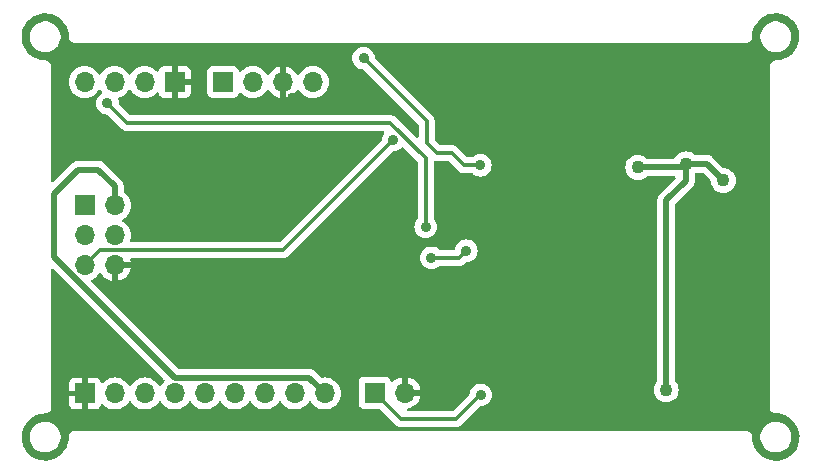
<source format=gbl>
%TF.GenerationSoftware,KiCad,Pcbnew,8.0.8*%
%TF.CreationDate,2025-09-08T13:39:14+03:00*%
%TF.ProjectId,MCU datalogger,4d435520-6461-4746-916c-6f676765722e,rev?*%
%TF.SameCoordinates,Original*%
%TF.FileFunction,Copper,L2,Bot*%
%TF.FilePolarity,Positive*%
%FSLAX46Y46*%
G04 Gerber Fmt 4.6, Leading zero omitted, Abs format (unit mm)*
G04 Created by KiCad (PCBNEW 8.0.8) date 2025-09-08 13:39:14*
%MOMM*%
%LPD*%
G01*
G04 APERTURE LIST*
%TA.AperFunction,ComponentPad*%
%ADD10R,1.700000X1.700000*%
%TD*%
%TA.AperFunction,ComponentPad*%
%ADD11O,1.700000X1.700000*%
%TD*%
%TA.AperFunction,ViaPad*%
%ADD12C,0.900000*%
%TD*%
%TA.AperFunction,ViaPad*%
%ADD13C,1.100000*%
%TD*%
%TA.AperFunction,Conductor*%
%ADD14C,0.500000*%
%TD*%
%TA.AperFunction,Conductor*%
%ADD15C,0.350000*%
%TD*%
G04 APERTURE END LIST*
D10*
%TO.P,J1,1,Pin_1*%
%TO.N,GND*%
X91230000Y-120740000D03*
D11*
%TO.P,J1,2,Pin_2*%
%TO.N,/Vcc*%
X88690000Y-120740000D03*
%TO.P,J1,3,Pin_3*%
%TO.N,/SDA*%
X86150000Y-120740000D03*
%TO.P,J1,4,Pin_4*%
%TO.N,/SCK*%
X83610000Y-120740000D03*
%TD*%
D10*
%TO.P,J2,1,Pin_1*%
%TO.N,/TX*%
X95320000Y-120740000D03*
D11*
%TO.P,J2,2,Pin_2*%
%TO.N,/RX*%
X97860000Y-120740000D03*
%TO.P,J2,3,Pin_3*%
%TO.N,GND*%
X100400000Y-120740000D03*
%TO.P,J2,4,Pin_4*%
%TO.N,/Vcc*%
X102940000Y-120740000D03*
%TD*%
D10*
%TO.P,BT1,1,+*%
%TO.N,/Vcc*%
X108165000Y-147040000D03*
D11*
%TO.P,BT1,2,-*%
%TO.N,GND*%
X110705000Y-147040000D03*
%TD*%
D10*
%TO.P,J3,1,Pin_1*%
%TO.N,GND*%
X83630000Y-147110000D03*
D11*
%TO.P,J3,2,Pin_2*%
%TO.N,/D2*%
X86170000Y-147110000D03*
%TO.P,J3,3,Pin_3*%
%TO.N,/D3*%
X88710000Y-147110000D03*
%TO.P,J3,4,Pin_4*%
%TO.N,/D4*%
X91250000Y-147110000D03*
%TO.P,J3,5,Pin_5*%
%TO.N,/D5*%
X93790000Y-147110000D03*
%TO.P,J3,6,Pin_6*%
%TO.N,/D6*%
X96330000Y-147110000D03*
%TO.P,J3,7,Pin_7*%
%TO.N,/D7*%
X98870000Y-147110000D03*
%TO.P,J3,8,Pin_8*%
%TO.N,/D8*%
X101410000Y-147110000D03*
%TO.P,J3,9,Pin_9*%
%TO.N,/Vcc*%
X103950000Y-147110000D03*
%TD*%
D10*
%TO.P,J4,1,Pin_1*%
%TO.N,/MISO*%
X83630000Y-131180000D03*
D11*
%TO.P,J4,2,Pin_2*%
%TO.N,/Vcc*%
X86170000Y-131180000D03*
%TO.P,J4,3,Pin_3*%
%TO.N,/SCK*%
X83630000Y-133720000D03*
%TO.P,J4,4,Pin_4*%
%TO.N,/MOSI*%
X86170000Y-133720000D03*
%TO.P,J4,5,Pin_5*%
%TO.N,/RESET*%
X83630000Y-136260000D03*
%TO.P,J4,6,Pin_6*%
%TO.N,GND*%
X86170000Y-136260000D03*
%TD*%
D12*
%TO.N,GND*%
X131000000Y-139550000D03*
X125000000Y-118500000D03*
X106000000Y-141000000D03*
X125050000Y-136720000D03*
X94500000Y-126000000D03*
X88500000Y-139500000D03*
X104500000Y-141000000D03*
D13*
X110770000Y-145220000D03*
X118360000Y-140800000D03*
D12*
X91500000Y-126000000D03*
X127500000Y-126000000D03*
D13*
X120230000Y-133170000D03*
D12*
X103000000Y-141000000D03*
X123500000Y-118500000D03*
X127000000Y-125000000D03*
X140500000Y-133200000D03*
X93000000Y-126000000D03*
D13*
X121570000Y-137030000D03*
D12*
X126000000Y-125000000D03*
D13*
X101260000Y-122215000D03*
X92820000Y-138370000D03*
D12*
X88500000Y-141000000D03*
X124000000Y-130500000D03*
X125000000Y-131500000D03*
D13*
X106880000Y-133490000D03*
D12*
X134500000Y-136500000D03*
X88500000Y-138000000D03*
X126500000Y-118500000D03*
X135500000Y-135500000D03*
X136180000Y-130690000D03*
X137000000Y-135500000D03*
X126000000Y-132500000D03*
D13*
X131160000Y-130740000D03*
D12*
X136500000Y-122500000D03*
X125500000Y-142000000D03*
X125500000Y-145000000D03*
X125500000Y-143500000D03*
%TO.N,/Vcc*%
X112960000Y-135630000D03*
X117130000Y-147230000D03*
D13*
X132850000Y-146800000D03*
X134510000Y-127670000D03*
X137680000Y-129070000D03*
D12*
X115920000Y-135020000D03*
D13*
X130440000Y-127970000D03*
D12*
%TO.N,/SCK*%
X112480000Y-133010000D03*
X85543248Y-122543248D03*
%TO.N,/SDA*%
X107220000Y-118720000D03*
X117110000Y-127790000D03*
%TO.N,/RESET*%
X109743364Y-125636636D03*
%TD*%
D14*
%TO.N,/Vcc*%
X81020000Y-135559189D02*
X81020000Y-130220000D01*
X83050000Y-128190000D02*
X84780000Y-128190000D01*
D15*
X115040000Y-149270000D02*
X117080000Y-147230000D01*
D14*
X136280000Y-127670000D02*
X137680000Y-129070000D01*
X81020000Y-130220000D02*
X83050000Y-128190000D01*
X134510000Y-129090000D02*
X132850000Y-130750000D01*
X132850000Y-130750000D02*
X132850000Y-146800000D01*
X91220811Y-145760000D02*
X81020000Y-135559189D01*
D15*
X112960000Y-135630000D02*
X115310000Y-135630000D01*
D14*
X134210000Y-127970000D02*
X134510000Y-127670000D01*
X86170000Y-129580000D02*
X86170000Y-131180000D01*
X134510000Y-127670000D02*
X134510000Y-129090000D01*
X84780000Y-128190000D02*
X86170000Y-129580000D01*
D15*
X110405000Y-149280000D02*
X115030000Y-149280000D01*
X117080000Y-147230000D02*
X117130000Y-147230000D01*
X108165000Y-147040000D02*
X110405000Y-149280000D01*
D14*
X130440000Y-127970000D02*
X134210000Y-127970000D01*
X134510000Y-127670000D02*
X136280000Y-127670000D01*
X102600000Y-145760000D02*
X91220811Y-145760000D01*
X103950000Y-147110000D02*
X102600000Y-145760000D01*
D15*
X115310000Y-135630000D02*
X115920000Y-135020000D01*
X115030000Y-149280000D02*
X115040000Y-149270000D01*
%TO.N,/SCK*%
X85543248Y-122543248D02*
X87230000Y-124230000D01*
X112480000Y-127206545D02*
X112480000Y-133010000D01*
X109503455Y-124230000D02*
X112480000Y-127206545D01*
X87230000Y-124230000D02*
X109503455Y-124230000D01*
%TO.N,/SDA*%
X114670000Y-126750000D02*
X113410000Y-126750000D01*
X112570000Y-125910000D02*
X112570000Y-124070000D01*
X115710000Y-127790000D02*
X114670000Y-126750000D01*
X112570000Y-124070000D02*
X107220000Y-118720000D01*
X113410000Y-126750000D02*
X112570000Y-125910000D01*
X117110000Y-127790000D02*
X115710000Y-127790000D01*
%TO.N,/RESET*%
X100395000Y-134985000D02*
X109743364Y-125636636D01*
X83630000Y-136260000D02*
X84905000Y-134985000D01*
X84905000Y-134985000D02*
X100395000Y-134985000D01*
%TD*%
%TA.AperFunction,Conductor*%
%TO.N,GND*%
G36*
X142305894Y-114918831D02*
G01*
X142322985Y-114920415D01*
X142579289Y-114962224D01*
X142596000Y-114966154D01*
X142744015Y-115011989D01*
X142844084Y-115042977D01*
X142860092Y-115049178D01*
X143095184Y-115159539D01*
X143110166Y-115167883D01*
X143302874Y-115293452D01*
X143327761Y-115309669D01*
X143341457Y-115320012D01*
X143537381Y-115490502D01*
X143549497Y-115502618D01*
X143719985Y-115698540D01*
X143730330Y-115712238D01*
X143872111Y-115929825D01*
X143880463Y-115944820D01*
X143943004Y-116078046D01*
X143990819Y-116179903D01*
X143997022Y-116195915D01*
X144073844Y-116443996D01*
X144077775Y-116460713D01*
X144119583Y-116717010D01*
X144121168Y-116734109D01*
X144127167Y-116993739D01*
X144126374Y-117010893D01*
X144096446Y-117268859D01*
X144093290Y-117285740D01*
X144028010Y-117537092D01*
X144022553Y-117553373D01*
X143923171Y-117793305D01*
X143915516Y-117808678D01*
X143783944Y-118032566D01*
X143774240Y-118046733D01*
X143612993Y-118250305D01*
X143601424Y-118262996D01*
X143413598Y-118442339D01*
X143400386Y-118453310D01*
X143189587Y-118604982D01*
X143174987Y-118614022D01*
X142945250Y-118735118D01*
X142929540Y-118742054D01*
X142685289Y-118830245D01*
X142668773Y-118834945D01*
X142414661Y-118888550D01*
X142397652Y-118890922D01*
X142134293Y-118909202D01*
X142125707Y-118909500D01*
X142064108Y-118909500D01*
X141936812Y-118943608D01*
X141822686Y-119009500D01*
X141822683Y-119009502D01*
X141729502Y-119102683D01*
X141729500Y-119102686D01*
X141663608Y-119216812D01*
X141654549Y-119250623D01*
X141629500Y-119344108D01*
X141629500Y-148214108D01*
X141629500Y-148345892D01*
X141639735Y-148384091D01*
X141663608Y-148473187D01*
X141669382Y-148483187D01*
X141729500Y-148587314D01*
X141822686Y-148680500D01*
X141936814Y-148746392D01*
X142064108Y-148780500D01*
X142125707Y-148780500D01*
X142134293Y-148780798D01*
X142399045Y-148799174D01*
X142416032Y-148801543D01*
X142671513Y-148855436D01*
X142688015Y-148860131D01*
X142933587Y-148948800D01*
X142949286Y-148955732D01*
X143180257Y-149077478D01*
X143194846Y-149086512D01*
X143199682Y-149089991D01*
X143406775Y-149238995D01*
X143419987Y-149249966D01*
X143608811Y-149430263D01*
X143620380Y-149442954D01*
X143782492Y-149647618D01*
X143792195Y-149661783D01*
X143924473Y-149886874D01*
X143932123Y-149902237D01*
X144032036Y-150143450D01*
X144037493Y-150159732D01*
X144103119Y-150412420D01*
X144106275Y-150429299D01*
X144136364Y-150688644D01*
X144137157Y-150705799D01*
X144131126Y-150966812D01*
X144129541Y-150983911D01*
X144087510Y-151241575D01*
X144083579Y-151258292D01*
X144006347Y-151507696D01*
X144000143Y-151523709D01*
X143889201Y-151760040D01*
X143880845Y-151775042D01*
X143738314Y-151993783D01*
X143727965Y-152007487D01*
X143556581Y-152204438D01*
X143544438Y-152216581D01*
X143347487Y-152387965D01*
X143333783Y-152398314D01*
X143115042Y-152540845D01*
X143100040Y-152549201D01*
X142863709Y-152660143D01*
X142847696Y-152666347D01*
X142598292Y-152743579D01*
X142581575Y-152747510D01*
X142323911Y-152789541D01*
X142306812Y-152791126D01*
X142045799Y-152797157D01*
X142028644Y-152796364D01*
X141769299Y-152766275D01*
X141752420Y-152763119D01*
X141499732Y-152697493D01*
X141483450Y-152692036D01*
X141242237Y-152592123D01*
X141226874Y-152584473D01*
X141001783Y-152452195D01*
X140987618Y-152442492D01*
X140782954Y-152280380D01*
X140770263Y-152268811D01*
X140589966Y-152079987D01*
X140578995Y-152066775D01*
X140532004Y-152001464D01*
X140426512Y-151854846D01*
X140417478Y-151840257D01*
X140295732Y-151609286D01*
X140288798Y-151593582D01*
X140263569Y-151523709D01*
X140200131Y-151348015D01*
X140195436Y-151331513D01*
X140141543Y-151076032D01*
X140139174Y-151059045D01*
X140120798Y-150794293D01*
X140120500Y-150785707D01*
X140120500Y-150724110D01*
X140120500Y-150724108D01*
X140110731Y-150687648D01*
X140829500Y-150687648D01*
X140829500Y-150892351D01*
X140861522Y-151094534D01*
X140924781Y-151289223D01*
X141017715Y-151471613D01*
X141138028Y-151637213D01*
X141282786Y-151781971D01*
X141383099Y-151854851D01*
X141448390Y-151902287D01*
X141530029Y-151943884D01*
X141630776Y-151995218D01*
X141630778Y-151995218D01*
X141630781Y-151995220D01*
X141735137Y-152029127D01*
X141825465Y-152058477D01*
X141920935Y-152073598D01*
X142027648Y-152090500D01*
X142027649Y-152090500D01*
X142232351Y-152090500D01*
X142232352Y-152090500D01*
X142434534Y-152058477D01*
X142629219Y-151995220D01*
X142811610Y-151902287D01*
X142904590Y-151834732D01*
X142977213Y-151781971D01*
X142977215Y-151781968D01*
X142977219Y-151781966D01*
X143121966Y-151637219D01*
X143121968Y-151637215D01*
X143121971Y-151637213D01*
X143207060Y-151520096D01*
X143242287Y-151471610D01*
X143335220Y-151289219D01*
X143398477Y-151094534D01*
X143430500Y-150892352D01*
X143430500Y-150687648D01*
X143398477Y-150485466D01*
X143380825Y-150431140D01*
X143335218Y-150290776D01*
X143301503Y-150224607D01*
X143242287Y-150108390D01*
X143234556Y-150097749D01*
X143121971Y-149942786D01*
X142977213Y-149798028D01*
X142811613Y-149677715D01*
X142811612Y-149677714D01*
X142811610Y-149677713D01*
X142737494Y-149639949D01*
X142629223Y-149584781D01*
X142434534Y-149521522D01*
X142259995Y-149493878D01*
X142232352Y-149489500D01*
X142027648Y-149489500D01*
X142003329Y-149493351D01*
X141825465Y-149521522D01*
X141630776Y-149584781D01*
X141448386Y-149677715D01*
X141282786Y-149798028D01*
X141138028Y-149942786D01*
X141017715Y-150108386D01*
X140924781Y-150290776D01*
X140861522Y-150485465D01*
X140829500Y-150687648D01*
X140110731Y-150687648D01*
X140086392Y-150596814D01*
X140020500Y-150482686D01*
X139927314Y-150389500D01*
X139870250Y-150356554D01*
X139813187Y-150323608D01*
X139749539Y-150306554D01*
X139685892Y-150289500D01*
X82835892Y-150289500D01*
X82704108Y-150289500D01*
X82576812Y-150323608D01*
X82462686Y-150389500D01*
X82462683Y-150389502D01*
X82369502Y-150482683D01*
X82369500Y-150482686D01*
X82303608Y-150596812D01*
X82269500Y-150724108D01*
X82269500Y-150785707D01*
X82269202Y-150794293D01*
X82250922Y-151057652D01*
X82248550Y-151074661D01*
X82194945Y-151328773D01*
X82190245Y-151345289D01*
X82102054Y-151589540D01*
X82095118Y-151605250D01*
X81974022Y-151834987D01*
X81964982Y-151849587D01*
X81813310Y-152060386D01*
X81802339Y-152073598D01*
X81622996Y-152261424D01*
X81610305Y-152272993D01*
X81406733Y-152434240D01*
X81392566Y-152443944D01*
X81168678Y-152575516D01*
X81153305Y-152583171D01*
X80913373Y-152682553D01*
X80897092Y-152688010D01*
X80645740Y-152753290D01*
X80628859Y-152756446D01*
X80370893Y-152786374D01*
X80353739Y-152787167D01*
X80094109Y-152781168D01*
X80077010Y-152779583D01*
X79820713Y-152737775D01*
X79803996Y-152733844D01*
X79555915Y-152657022D01*
X79539903Y-152650819D01*
X79486203Y-152625610D01*
X79304820Y-152540463D01*
X79289829Y-152532113D01*
X79167182Y-152452196D01*
X79072238Y-152390330D01*
X79058540Y-152379985D01*
X78862618Y-152209497D01*
X78850502Y-152197381D01*
X78680012Y-152001457D01*
X78669669Y-151987761D01*
X78653452Y-151962874D01*
X78527883Y-151770166D01*
X78519539Y-151755184D01*
X78409178Y-151520092D01*
X78402977Y-151504084D01*
X78352143Y-151339926D01*
X78326154Y-151256000D01*
X78322224Y-151239286D01*
X78295595Y-151076043D01*
X78280415Y-150982985D01*
X78278831Y-150965890D01*
X78272832Y-150706248D01*
X78273624Y-150689119D01*
X78273795Y-150687648D01*
X78969500Y-150687648D01*
X78969500Y-150892351D01*
X79001522Y-151094534D01*
X79064781Y-151289223D01*
X79157715Y-151471613D01*
X79278028Y-151637213D01*
X79422786Y-151781971D01*
X79523099Y-151854851D01*
X79588390Y-151902287D01*
X79670029Y-151943884D01*
X79770776Y-151995218D01*
X79770778Y-151995218D01*
X79770781Y-151995220D01*
X79875137Y-152029127D01*
X79965465Y-152058477D01*
X80060935Y-152073598D01*
X80167648Y-152090500D01*
X80167649Y-152090500D01*
X80372351Y-152090500D01*
X80372352Y-152090500D01*
X80574534Y-152058477D01*
X80769219Y-151995220D01*
X80951610Y-151902287D01*
X81044590Y-151834732D01*
X81117213Y-151781971D01*
X81117215Y-151781968D01*
X81117219Y-151781966D01*
X81261966Y-151637219D01*
X81261968Y-151637215D01*
X81261971Y-151637213D01*
X81347060Y-151520096D01*
X81382287Y-151471610D01*
X81475220Y-151289219D01*
X81538477Y-151094534D01*
X81570500Y-150892352D01*
X81570500Y-150687648D01*
X81538477Y-150485466D01*
X81520825Y-150431140D01*
X81475218Y-150290776D01*
X81441503Y-150224607D01*
X81382287Y-150108390D01*
X81374556Y-150097749D01*
X81261971Y-149942786D01*
X81117213Y-149798028D01*
X80951613Y-149677715D01*
X80951612Y-149677714D01*
X80951610Y-149677713D01*
X80877494Y-149639949D01*
X80769223Y-149584781D01*
X80574534Y-149521522D01*
X80399995Y-149493878D01*
X80372352Y-149489500D01*
X80167648Y-149489500D01*
X80143329Y-149493351D01*
X79965465Y-149521522D01*
X79770776Y-149584781D01*
X79588386Y-149677715D01*
X79422786Y-149798028D01*
X79278028Y-149942786D01*
X79157715Y-150108386D01*
X79064781Y-150290776D01*
X79001522Y-150485465D01*
X78969500Y-150687648D01*
X78273795Y-150687648D01*
X78303554Y-150431133D01*
X78306709Y-150414259D01*
X78313140Y-150389500D01*
X78371990Y-150162902D01*
X78377446Y-150146626D01*
X78455558Y-149958046D01*
X78476832Y-149906683D01*
X78484475Y-149891336D01*
X78616060Y-149667425D01*
X78625753Y-149653273D01*
X78787013Y-149449685D01*
X78798567Y-149437011D01*
X78986407Y-149257654D01*
X78999605Y-149246694D01*
X79210423Y-149095009D01*
X79224999Y-149085984D01*
X79454758Y-148964876D01*
X79470449Y-148957948D01*
X79714723Y-148869750D01*
X79731214Y-148865057D01*
X79985348Y-148811447D01*
X80002336Y-148809078D01*
X80265707Y-148790798D01*
X80274293Y-148790500D01*
X80335890Y-148790500D01*
X80335892Y-148790500D01*
X80463186Y-148756392D01*
X80577314Y-148690500D01*
X80670500Y-148597314D01*
X80736392Y-148483186D01*
X80770500Y-148355892D01*
X80770500Y-148224108D01*
X80770500Y-136670418D01*
X80790185Y-136603379D01*
X80842989Y-136557624D01*
X80912147Y-136547680D01*
X80975703Y-136576705D01*
X80982181Y-136582737D01*
X90337092Y-145937649D01*
X90370577Y-145998972D01*
X90365593Y-146068664D01*
X90337092Y-146113011D01*
X90211505Y-146238597D01*
X90081575Y-146424158D01*
X90026998Y-146467783D01*
X89957500Y-146474977D01*
X89895145Y-146443454D01*
X89878425Y-146424158D01*
X89748494Y-146238597D01*
X89581402Y-146071506D01*
X89581395Y-146071501D01*
X89577343Y-146068664D01*
X89504854Y-146017906D01*
X89387834Y-145935967D01*
X89387830Y-145935965D01*
X89316727Y-145902809D01*
X89173663Y-145836097D01*
X89173659Y-145836096D01*
X89173655Y-145836094D01*
X88945413Y-145774938D01*
X88945403Y-145774936D01*
X88710001Y-145754341D01*
X88709999Y-145754341D01*
X88474596Y-145774936D01*
X88474586Y-145774938D01*
X88246344Y-145836094D01*
X88246335Y-145836098D01*
X88032171Y-145935964D01*
X88032169Y-145935965D01*
X87838597Y-146071505D01*
X87671505Y-146238597D01*
X87541575Y-146424158D01*
X87486998Y-146467783D01*
X87417500Y-146474977D01*
X87355145Y-146443454D01*
X87338425Y-146424158D01*
X87208494Y-146238597D01*
X87041402Y-146071506D01*
X87041395Y-146071501D01*
X87037343Y-146068664D01*
X86964854Y-146017906D01*
X86847834Y-145935967D01*
X86847830Y-145935965D01*
X86776727Y-145902809D01*
X86633663Y-145836097D01*
X86633659Y-145836096D01*
X86633655Y-145836094D01*
X86405413Y-145774938D01*
X86405403Y-145774936D01*
X86170001Y-145754341D01*
X86169999Y-145754341D01*
X85934596Y-145774936D01*
X85934586Y-145774938D01*
X85706344Y-145836094D01*
X85706335Y-145836098D01*
X85492171Y-145935964D01*
X85492169Y-145935965D01*
X85298600Y-146071503D01*
X85176284Y-146193819D01*
X85114961Y-146227303D01*
X85045269Y-146222319D01*
X84989336Y-146180447D01*
X84972421Y-146149470D01*
X84923354Y-146017913D01*
X84923350Y-146017906D01*
X84837190Y-145902812D01*
X84837187Y-145902809D01*
X84722093Y-145816649D01*
X84722086Y-145816645D01*
X84587379Y-145766403D01*
X84587372Y-145766401D01*
X84527844Y-145760000D01*
X83880000Y-145760000D01*
X83880000Y-146676988D01*
X83822993Y-146644075D01*
X83695826Y-146610000D01*
X83564174Y-146610000D01*
X83437007Y-146644075D01*
X83380000Y-146676988D01*
X83380000Y-145760000D01*
X82732155Y-145760000D01*
X82672627Y-145766401D01*
X82672620Y-145766403D01*
X82537913Y-145816645D01*
X82537906Y-145816649D01*
X82422812Y-145902809D01*
X82422809Y-145902812D01*
X82336649Y-146017906D01*
X82336645Y-146017913D01*
X82286403Y-146152620D01*
X82286401Y-146152627D01*
X82280000Y-146212155D01*
X82280000Y-146860000D01*
X83196988Y-146860000D01*
X83164075Y-146917007D01*
X83130000Y-147044174D01*
X83130000Y-147175826D01*
X83164075Y-147302993D01*
X83196988Y-147360000D01*
X82280000Y-147360000D01*
X82280000Y-148007844D01*
X82286401Y-148067372D01*
X82286403Y-148067379D01*
X82336645Y-148202086D01*
X82336649Y-148202093D01*
X82422809Y-148317187D01*
X82422812Y-148317190D01*
X82537906Y-148403350D01*
X82537913Y-148403354D01*
X82672620Y-148453596D01*
X82672627Y-148453598D01*
X82732155Y-148459999D01*
X82732172Y-148460000D01*
X83380000Y-148460000D01*
X83380000Y-147543012D01*
X83437007Y-147575925D01*
X83564174Y-147610000D01*
X83695826Y-147610000D01*
X83822993Y-147575925D01*
X83880000Y-147543012D01*
X83880000Y-148460000D01*
X84527828Y-148460000D01*
X84527844Y-148459999D01*
X84587372Y-148453598D01*
X84587379Y-148453596D01*
X84722086Y-148403354D01*
X84722093Y-148403350D01*
X84837187Y-148317190D01*
X84837190Y-148317187D01*
X84923350Y-148202093D01*
X84923354Y-148202086D01*
X84972422Y-148070529D01*
X85014293Y-148014595D01*
X85079757Y-147990178D01*
X85148030Y-148005030D01*
X85176285Y-148026181D01*
X85298599Y-148148495D01*
X85392304Y-148214108D01*
X85492165Y-148284032D01*
X85492167Y-148284033D01*
X85492170Y-148284035D01*
X85706337Y-148383903D01*
X85706343Y-148383904D01*
X85706344Y-148383905D01*
X85761285Y-148398626D01*
X85934592Y-148445063D01*
X86105319Y-148460000D01*
X86169999Y-148465659D01*
X86170000Y-148465659D01*
X86170001Y-148465659D01*
X86234681Y-148460000D01*
X86405408Y-148445063D01*
X86633663Y-148383903D01*
X86847830Y-148284035D01*
X87041401Y-148148495D01*
X87208495Y-147981401D01*
X87338425Y-147795842D01*
X87393002Y-147752217D01*
X87462500Y-147745023D01*
X87524855Y-147776546D01*
X87541575Y-147795842D01*
X87671500Y-147981395D01*
X87671505Y-147981401D01*
X87838599Y-148148495D01*
X87932304Y-148214108D01*
X88032165Y-148284032D01*
X88032167Y-148284033D01*
X88032170Y-148284035D01*
X88246337Y-148383903D01*
X88246343Y-148383904D01*
X88246344Y-148383905D01*
X88301285Y-148398626D01*
X88474592Y-148445063D01*
X88645319Y-148460000D01*
X88709999Y-148465659D01*
X88710000Y-148465659D01*
X88710001Y-148465659D01*
X88774681Y-148460000D01*
X88945408Y-148445063D01*
X89173663Y-148383903D01*
X89387830Y-148284035D01*
X89581401Y-148148495D01*
X89748495Y-147981401D01*
X89878425Y-147795842D01*
X89933002Y-147752217D01*
X90002500Y-147745023D01*
X90064855Y-147776546D01*
X90081575Y-147795842D01*
X90211500Y-147981395D01*
X90211505Y-147981401D01*
X90378599Y-148148495D01*
X90472304Y-148214108D01*
X90572165Y-148284032D01*
X90572167Y-148284033D01*
X90572170Y-148284035D01*
X90786337Y-148383903D01*
X90786343Y-148383904D01*
X90786344Y-148383905D01*
X90841285Y-148398626D01*
X91014592Y-148445063D01*
X91185319Y-148460000D01*
X91249999Y-148465659D01*
X91250000Y-148465659D01*
X91250001Y-148465659D01*
X91314681Y-148460000D01*
X91485408Y-148445063D01*
X91713663Y-148383903D01*
X91927830Y-148284035D01*
X92121401Y-148148495D01*
X92288495Y-147981401D01*
X92418425Y-147795842D01*
X92473002Y-147752217D01*
X92542500Y-147745023D01*
X92604855Y-147776546D01*
X92621575Y-147795842D01*
X92751500Y-147981395D01*
X92751505Y-147981401D01*
X92918599Y-148148495D01*
X93012304Y-148214108D01*
X93112165Y-148284032D01*
X93112167Y-148284033D01*
X93112170Y-148284035D01*
X93326337Y-148383903D01*
X93326343Y-148383904D01*
X93326344Y-148383905D01*
X93381285Y-148398626D01*
X93554592Y-148445063D01*
X93725319Y-148460000D01*
X93789999Y-148465659D01*
X93790000Y-148465659D01*
X93790001Y-148465659D01*
X93854681Y-148460000D01*
X94025408Y-148445063D01*
X94253663Y-148383903D01*
X94467830Y-148284035D01*
X94661401Y-148148495D01*
X94828495Y-147981401D01*
X94958425Y-147795842D01*
X95013002Y-147752217D01*
X95082500Y-147745023D01*
X95144855Y-147776546D01*
X95161575Y-147795842D01*
X95291500Y-147981395D01*
X95291505Y-147981401D01*
X95458599Y-148148495D01*
X95552304Y-148214108D01*
X95652165Y-148284032D01*
X95652167Y-148284033D01*
X95652170Y-148284035D01*
X95866337Y-148383903D01*
X95866343Y-148383904D01*
X95866344Y-148383905D01*
X95921285Y-148398626D01*
X96094592Y-148445063D01*
X96265319Y-148460000D01*
X96329999Y-148465659D01*
X96330000Y-148465659D01*
X96330001Y-148465659D01*
X96394681Y-148460000D01*
X96565408Y-148445063D01*
X96793663Y-148383903D01*
X97007830Y-148284035D01*
X97201401Y-148148495D01*
X97368495Y-147981401D01*
X97498425Y-147795842D01*
X97553002Y-147752217D01*
X97622500Y-147745023D01*
X97684855Y-147776546D01*
X97701575Y-147795842D01*
X97831500Y-147981395D01*
X97831505Y-147981401D01*
X97998599Y-148148495D01*
X98092304Y-148214108D01*
X98192165Y-148284032D01*
X98192167Y-148284033D01*
X98192170Y-148284035D01*
X98406337Y-148383903D01*
X98406343Y-148383904D01*
X98406344Y-148383905D01*
X98461285Y-148398626D01*
X98634592Y-148445063D01*
X98805319Y-148460000D01*
X98869999Y-148465659D01*
X98870000Y-148465659D01*
X98870001Y-148465659D01*
X98934681Y-148460000D01*
X99105408Y-148445063D01*
X99333663Y-148383903D01*
X99547830Y-148284035D01*
X99741401Y-148148495D01*
X99908495Y-147981401D01*
X100038425Y-147795842D01*
X100093002Y-147752217D01*
X100162500Y-147745023D01*
X100224855Y-147776546D01*
X100241575Y-147795842D01*
X100371500Y-147981395D01*
X100371505Y-147981401D01*
X100538599Y-148148495D01*
X100632304Y-148214108D01*
X100732165Y-148284032D01*
X100732167Y-148284033D01*
X100732170Y-148284035D01*
X100946337Y-148383903D01*
X100946343Y-148383904D01*
X100946344Y-148383905D01*
X101001285Y-148398626D01*
X101174592Y-148445063D01*
X101345319Y-148460000D01*
X101409999Y-148465659D01*
X101410000Y-148465659D01*
X101410001Y-148465659D01*
X101474681Y-148460000D01*
X101645408Y-148445063D01*
X101873663Y-148383903D01*
X102087830Y-148284035D01*
X102281401Y-148148495D01*
X102448495Y-147981401D01*
X102578425Y-147795842D01*
X102633002Y-147752217D01*
X102702500Y-147745023D01*
X102764855Y-147776546D01*
X102781575Y-147795842D01*
X102911500Y-147981395D01*
X102911505Y-147981401D01*
X103078599Y-148148495D01*
X103172304Y-148214108D01*
X103272165Y-148284032D01*
X103272167Y-148284033D01*
X103272170Y-148284035D01*
X103486337Y-148383903D01*
X103486343Y-148383904D01*
X103486344Y-148383905D01*
X103541285Y-148398626D01*
X103714592Y-148445063D01*
X103885319Y-148460000D01*
X103949999Y-148465659D01*
X103950000Y-148465659D01*
X103950001Y-148465659D01*
X104014681Y-148460000D01*
X104185408Y-148445063D01*
X104413663Y-148383903D01*
X104627830Y-148284035D01*
X104821401Y-148148495D01*
X104988495Y-147981401D01*
X105124035Y-147787830D01*
X105223903Y-147573663D01*
X105285063Y-147345408D01*
X105305659Y-147110000D01*
X105285063Y-146874592D01*
X105223903Y-146646337D01*
X105124035Y-146432171D01*
X105118425Y-146424158D01*
X104988494Y-146238597D01*
X104892031Y-146142135D01*
X106814500Y-146142135D01*
X106814500Y-147937870D01*
X106814501Y-147937876D01*
X106820908Y-147997483D01*
X106871202Y-148132328D01*
X106871206Y-148132335D01*
X106957452Y-148247544D01*
X106957455Y-148247547D01*
X107072664Y-148333793D01*
X107072671Y-148333797D01*
X107207517Y-148384091D01*
X107207516Y-148384091D01*
X107214444Y-148384835D01*
X107267127Y-148390500D01*
X108508836Y-148390499D01*
X108575875Y-148410184D01*
X108596517Y-148426818D01*
X109880305Y-149710606D01*
X109974394Y-149804695D01*
X109974397Y-149804697D01*
X109974398Y-149804698D01*
X110085020Y-149878613D01*
X110085023Y-149878614D01*
X110085031Y-149878620D01*
X110085037Y-149878622D01*
X110085038Y-149878623D01*
X110133620Y-149898746D01*
X110207964Y-149929540D01*
X110207968Y-149929540D01*
X110207969Y-149929541D01*
X110338466Y-149955500D01*
X110338469Y-149955500D01*
X115096532Y-149955500D01*
X115096533Y-149955499D01*
X115227036Y-149929541D01*
X115349969Y-149878620D01*
X115460606Y-149804695D01*
X115564695Y-149700606D01*
X117043882Y-148221417D01*
X117105205Y-148187933D01*
X117123959Y-148185916D01*
X117123938Y-148185696D01*
X117129999Y-148185098D01*
X117130000Y-148185099D01*
X117316331Y-148166747D01*
X117495501Y-148112396D01*
X117660625Y-148024136D01*
X117805357Y-147905357D01*
X117924136Y-147760625D01*
X118012396Y-147595501D01*
X118066747Y-147416331D01*
X118085099Y-147230000D01*
X118066747Y-147043669D01*
X118066746Y-147043667D01*
X118066746Y-147043666D01*
X118065634Y-147040000D01*
X118012396Y-146864499D01*
X118009991Y-146860000D01*
X117924137Y-146699376D01*
X117924135Y-146699373D01*
X117805357Y-146554642D01*
X117660626Y-146435864D01*
X117660623Y-146435862D01*
X117495502Y-146347604D01*
X117316333Y-146293253D01*
X117316331Y-146293252D01*
X117130000Y-146274901D01*
X116943668Y-146293252D01*
X116943666Y-146293253D01*
X116764497Y-146347604D01*
X116599376Y-146435862D01*
X116599373Y-146435864D01*
X116454642Y-146554642D01*
X116335864Y-146699373D01*
X116335862Y-146699376D01*
X116247604Y-146864497D01*
X116193253Y-147043666D01*
X116193253Y-147043667D01*
X116184733Y-147130161D01*
X116158571Y-147194948D01*
X116149011Y-147205686D01*
X114786518Y-148568181D01*
X114725195Y-148601666D01*
X114698837Y-148604500D01*
X111024081Y-148604500D01*
X110957042Y-148584815D01*
X110911287Y-148532011D01*
X110901343Y-148462853D01*
X110930368Y-148399297D01*
X110989146Y-148361523D01*
X110991988Y-148360725D01*
X111168483Y-148313433D01*
X111168492Y-148313429D01*
X111382578Y-148213600D01*
X111576082Y-148078105D01*
X111743105Y-147911082D01*
X111878600Y-147717578D01*
X111978429Y-147503492D01*
X111978432Y-147503486D01*
X112035636Y-147290000D01*
X111138012Y-147290000D01*
X111170925Y-147232993D01*
X111205000Y-147105826D01*
X111205000Y-146974174D01*
X111170925Y-146847007D01*
X111138012Y-146790000D01*
X112035636Y-146790000D01*
X112035635Y-146789999D01*
X111978432Y-146576513D01*
X111978429Y-146576507D01*
X111878600Y-146362422D01*
X111878599Y-146362420D01*
X111743113Y-146168926D01*
X111743108Y-146168920D01*
X111576082Y-146001894D01*
X111382578Y-145866399D01*
X111168492Y-145766570D01*
X111168486Y-145766567D01*
X110955000Y-145709364D01*
X110955000Y-146606988D01*
X110897993Y-146574075D01*
X110770826Y-146540000D01*
X110639174Y-146540000D01*
X110512007Y-146574075D01*
X110455000Y-146606988D01*
X110455000Y-145709364D01*
X110454999Y-145709364D01*
X110241513Y-145766567D01*
X110241507Y-145766570D01*
X110027422Y-145866399D01*
X110027420Y-145866400D01*
X109833926Y-146001886D01*
X109711865Y-146123947D01*
X109650542Y-146157431D01*
X109580850Y-146152447D01*
X109524917Y-146110575D01*
X109508002Y-146079598D01*
X109458797Y-145947671D01*
X109458793Y-145947664D01*
X109372547Y-145832455D01*
X109372544Y-145832452D01*
X109257335Y-145746206D01*
X109257328Y-145746202D01*
X109122482Y-145695908D01*
X109122483Y-145695908D01*
X109062883Y-145689501D01*
X109062881Y-145689500D01*
X109062873Y-145689500D01*
X109062864Y-145689500D01*
X107267129Y-145689500D01*
X107267123Y-145689501D01*
X107207516Y-145695908D01*
X107072671Y-145746202D01*
X107072664Y-145746206D01*
X106957455Y-145832452D01*
X106957452Y-145832455D01*
X106871206Y-145947664D01*
X106871202Y-145947671D01*
X106820908Y-146082517D01*
X106814501Y-146142116D01*
X106814500Y-146142135D01*
X104892031Y-146142135D01*
X104821402Y-146071506D01*
X104821395Y-146071501D01*
X104817343Y-146068664D01*
X104744854Y-146017906D01*
X104627834Y-145935967D01*
X104627830Y-145935965D01*
X104556727Y-145902809D01*
X104413663Y-145836097D01*
X104413659Y-145836096D01*
X104413655Y-145836094D01*
X104185413Y-145774938D01*
X104185403Y-145774936D01*
X103950001Y-145754341D01*
X103949998Y-145754341D01*
X103736985Y-145772977D01*
X103668485Y-145759210D01*
X103638497Y-145737130D01*
X103078421Y-145177052D01*
X103078414Y-145177046D01*
X103004729Y-145127812D01*
X103004729Y-145127813D01*
X102955491Y-145094913D01*
X102818917Y-145038343D01*
X102818907Y-145038340D01*
X102673920Y-145009500D01*
X102673918Y-145009500D01*
X91583040Y-145009500D01*
X91516001Y-144989815D01*
X91495359Y-144973181D01*
X84193254Y-137671075D01*
X84159769Y-137609752D01*
X84164753Y-137540060D01*
X84206625Y-137484127D01*
X84228517Y-137471019D01*
X84307830Y-137434035D01*
X84501401Y-137298495D01*
X84668495Y-137131401D01*
X84798730Y-136945405D01*
X84853307Y-136901781D01*
X84922805Y-136894587D01*
X84985160Y-136926110D01*
X85001879Y-136945405D01*
X85131890Y-137131078D01*
X85298917Y-137298105D01*
X85492421Y-137433600D01*
X85706507Y-137533429D01*
X85706516Y-137533433D01*
X85920000Y-137590634D01*
X85920000Y-136693012D01*
X85977007Y-136725925D01*
X86104174Y-136760000D01*
X86235826Y-136760000D01*
X86362993Y-136725925D01*
X86420000Y-136693012D01*
X86420000Y-137590633D01*
X86633483Y-137533433D01*
X86633492Y-137533429D01*
X86847578Y-137433600D01*
X87041082Y-137298105D01*
X87208105Y-137131082D01*
X87343600Y-136937578D01*
X87443429Y-136723492D01*
X87443432Y-136723486D01*
X87500636Y-136510000D01*
X86603012Y-136510000D01*
X86635925Y-136452993D01*
X86670000Y-136325826D01*
X86670000Y-136194174D01*
X86635925Y-136067007D01*
X86603012Y-136010000D01*
X87500636Y-136010000D01*
X87500635Y-136009999D01*
X87448813Y-135816594D01*
X87450476Y-135746744D01*
X87489638Y-135688881D01*
X87553867Y-135661377D01*
X87568588Y-135660500D01*
X100461532Y-135660500D01*
X100461533Y-135660499D01*
X100592036Y-135634541D01*
X100602999Y-135630000D01*
X112004901Y-135630000D01*
X112023252Y-135816331D01*
X112023253Y-135816333D01*
X112077604Y-135995502D01*
X112165862Y-136160623D01*
X112165864Y-136160626D01*
X112284642Y-136305357D01*
X112429373Y-136424135D01*
X112429376Y-136424137D01*
X112562716Y-136495408D01*
X112594499Y-136512396D01*
X112743595Y-136557624D01*
X112773666Y-136566746D01*
X112773668Y-136566747D01*
X112790374Y-136568392D01*
X112960000Y-136585099D01*
X113146331Y-136566747D01*
X113325501Y-136512396D01*
X113490625Y-136424136D01*
X113600886Y-136333647D01*
X113665196Y-136306334D01*
X113679551Y-136305500D01*
X115376532Y-136305500D01*
X115376533Y-136305499D01*
X115507036Y-136279541D01*
X115629969Y-136228620D01*
X115740606Y-136154695D01*
X115888851Y-136006448D01*
X115950172Y-135972964D01*
X115964370Y-135970728D01*
X116106331Y-135956747D01*
X116285501Y-135902396D01*
X116450625Y-135814136D01*
X116595357Y-135695357D01*
X116714136Y-135550625D01*
X116802396Y-135385501D01*
X116856747Y-135206331D01*
X116875099Y-135020000D01*
X116856747Y-134833669D01*
X116802396Y-134654499D01*
X116768670Y-134591401D01*
X116714137Y-134489376D01*
X116714135Y-134489373D01*
X116595357Y-134344642D01*
X116450626Y-134225864D01*
X116450623Y-134225862D01*
X116285502Y-134137604D01*
X116106333Y-134083253D01*
X116106331Y-134083252D01*
X115920000Y-134064901D01*
X115733668Y-134083252D01*
X115733666Y-134083253D01*
X115554497Y-134137604D01*
X115389376Y-134225862D01*
X115389373Y-134225864D01*
X115244642Y-134344642D01*
X115125864Y-134489373D01*
X115125862Y-134489376D01*
X115037604Y-134654497D01*
X114983253Y-134833666D01*
X114983252Y-134833669D01*
X114982368Y-134842653D01*
X114956208Y-134907441D01*
X114899173Y-134947800D01*
X114858965Y-134954500D01*
X113679551Y-134954500D01*
X113612512Y-134934815D01*
X113600886Y-134926353D01*
X113490626Y-134835864D01*
X113490623Y-134835862D01*
X113325502Y-134747604D01*
X113146333Y-134693253D01*
X113146331Y-134693252D01*
X112960000Y-134674901D01*
X112773668Y-134693252D01*
X112773666Y-134693253D01*
X112594497Y-134747604D01*
X112429376Y-134835862D01*
X112429373Y-134835864D01*
X112284642Y-134954642D01*
X112165864Y-135099373D01*
X112165862Y-135099376D01*
X112077604Y-135264497D01*
X112023253Y-135443666D01*
X112023252Y-135443668D01*
X112004901Y-135630000D01*
X100602999Y-135630000D01*
X100714969Y-135583620D01*
X100825606Y-135509695D01*
X109712216Y-126623083D01*
X109773537Y-126589600D01*
X109787734Y-126587364D01*
X109929695Y-126573383D01*
X110108865Y-126519032D01*
X110273989Y-126430772D01*
X110418721Y-126311993D01*
X110427227Y-126301627D01*
X110484968Y-126262293D01*
X110554813Y-126260419D01*
X110610763Y-126292609D01*
X111768181Y-127450027D01*
X111801666Y-127511350D01*
X111804500Y-127537708D01*
X111804500Y-132290449D01*
X111784815Y-132357488D01*
X111776353Y-132369114D01*
X111685864Y-132479373D01*
X111685862Y-132479376D01*
X111597604Y-132644497D01*
X111543253Y-132823666D01*
X111543252Y-132823668D01*
X111524901Y-133010000D01*
X111543252Y-133196331D01*
X111543253Y-133196333D01*
X111597604Y-133375502D01*
X111685862Y-133540623D01*
X111685864Y-133540626D01*
X111804642Y-133685357D01*
X111949373Y-133804135D01*
X111949376Y-133804137D01*
X112114497Y-133892395D01*
X112114499Y-133892396D01*
X112293666Y-133946746D01*
X112293668Y-133946747D01*
X112310374Y-133948392D01*
X112480000Y-133965099D01*
X112666331Y-133946747D01*
X112845501Y-133892396D01*
X113010625Y-133804136D01*
X113155357Y-133685357D01*
X113274136Y-133540625D01*
X113362396Y-133375501D01*
X113416747Y-133196331D01*
X113435099Y-133010000D01*
X113416747Y-132823669D01*
X113362396Y-132644499D01*
X113319733Y-132564681D01*
X113274137Y-132479376D01*
X113274135Y-132479373D01*
X113183647Y-132369114D01*
X113156334Y-132304804D01*
X113155500Y-132290449D01*
X113155500Y-127539204D01*
X113175185Y-127472165D01*
X113227989Y-127426410D01*
X113297147Y-127416466D01*
X113303652Y-127417579D01*
X113343469Y-127425500D01*
X113476531Y-127425500D01*
X114338837Y-127425500D01*
X114405876Y-127445185D01*
X114426518Y-127461819D01*
X115185305Y-128220606D01*
X115279394Y-128314695D01*
X115279397Y-128314697D01*
X115279398Y-128314698D01*
X115390020Y-128388613D01*
X115390023Y-128388614D01*
X115390031Y-128388620D01*
X115512964Y-128439540D01*
X115512968Y-128439540D01*
X115512969Y-128439541D01*
X115643466Y-128465500D01*
X115643469Y-128465500D01*
X116390449Y-128465500D01*
X116457488Y-128485185D01*
X116469114Y-128493647D01*
X116579373Y-128584135D01*
X116579376Y-128584137D01*
X116732613Y-128666043D01*
X116744499Y-128672396D01*
X116889593Y-128716410D01*
X116923666Y-128726746D01*
X116923668Y-128726747D01*
X116940374Y-128728392D01*
X117110000Y-128745099D01*
X117296331Y-128726747D01*
X117475501Y-128672396D01*
X117640625Y-128584136D01*
X117785357Y-128465357D01*
X117904136Y-128320625D01*
X117992396Y-128155501D01*
X118046747Y-127976331D01*
X118047371Y-127970000D01*
X129384417Y-127970000D01*
X129404699Y-128175932D01*
X129418251Y-128220606D01*
X129464768Y-128373954D01*
X129562315Y-128556450D01*
X129562317Y-128556452D01*
X129693589Y-128716410D01*
X129732871Y-128748647D01*
X129853550Y-128847685D01*
X130036046Y-128945232D01*
X130234066Y-129005300D01*
X130234065Y-129005300D01*
X130252529Y-129007118D01*
X130440000Y-129025583D01*
X130645934Y-129005300D01*
X130843954Y-128945232D01*
X131026450Y-128847685D01*
X131147129Y-128748647D01*
X131211439Y-128721334D01*
X131225794Y-128720500D01*
X133518770Y-128720500D01*
X133585809Y-128740185D01*
X133631564Y-128792989D01*
X133641508Y-128862147D01*
X133612483Y-128925703D01*
X133606451Y-128932181D01*
X132267050Y-130271580D01*
X132267044Y-130271588D01*
X132217812Y-130345268D01*
X132217813Y-130345269D01*
X132184921Y-130394496D01*
X132184914Y-130394508D01*
X132128342Y-130531086D01*
X132128340Y-130531092D01*
X132099500Y-130676079D01*
X132099500Y-146014205D01*
X132079815Y-146081244D01*
X132071354Y-146092869D01*
X131972311Y-146213555D01*
X131874769Y-146396041D01*
X131814699Y-146594067D01*
X131794417Y-146800000D01*
X131814699Y-147005932D01*
X131826300Y-147044174D01*
X131874768Y-147203954D01*
X131972315Y-147386450D01*
X131972317Y-147386452D01*
X132103589Y-147546410D01*
X132163408Y-147595501D01*
X132263550Y-147677685D01*
X132446046Y-147775232D01*
X132644066Y-147835300D01*
X132644065Y-147835300D01*
X132662529Y-147837118D01*
X132850000Y-147855583D01*
X133055934Y-147835300D01*
X133253954Y-147775232D01*
X133436450Y-147677685D01*
X133596410Y-147546410D01*
X133727685Y-147386450D01*
X133825232Y-147203954D01*
X133885300Y-147005934D01*
X133905583Y-146800000D01*
X133885300Y-146594066D01*
X133825232Y-146396046D01*
X133825230Y-146396043D01*
X133825230Y-146396041D01*
X133727688Y-146213555D01*
X133727687Y-146213553D01*
X133727685Y-146213550D01*
X133645176Y-146113011D01*
X133628646Y-146092869D01*
X133601334Y-146028559D01*
X133600500Y-146014205D01*
X133600500Y-131112229D01*
X133620185Y-131045190D01*
X133636819Y-131024548D01*
X135092950Y-129568417D01*
X135092952Y-129568415D01*
X135159044Y-129469500D01*
X135175084Y-129445495D01*
X135198518Y-129388920D01*
X135231659Y-129308912D01*
X135254029Y-129196451D01*
X135260500Y-129163919D01*
X135260500Y-128544500D01*
X135280185Y-128477461D01*
X135332989Y-128431706D01*
X135384500Y-128420500D01*
X135917770Y-128420500D01*
X135984809Y-128440185D01*
X136005451Y-128456819D01*
X136593675Y-129045043D01*
X136627160Y-129106366D01*
X136629397Y-129120569D01*
X136644699Y-129275932D01*
X136670529Y-129361082D01*
X136704768Y-129473954D01*
X136802315Y-129656450D01*
X136802317Y-129656452D01*
X136933589Y-129816410D01*
X137018632Y-129886202D01*
X137093550Y-129947685D01*
X137276046Y-130045232D01*
X137474066Y-130105300D01*
X137474065Y-130105300D01*
X137492529Y-130107118D01*
X137680000Y-130125583D01*
X137885934Y-130105300D01*
X138083954Y-130045232D01*
X138266450Y-129947685D01*
X138426410Y-129816410D01*
X138557685Y-129656450D01*
X138655232Y-129473954D01*
X138715300Y-129275934D01*
X138735583Y-129070000D01*
X138715300Y-128864066D01*
X138655232Y-128666046D01*
X138557685Y-128483550D01*
X138479781Y-128388623D01*
X138426410Y-128323589D01*
X138266452Y-128192317D01*
X138266453Y-128192317D01*
X138266450Y-128192315D01*
X138083954Y-128094768D01*
X137984944Y-128064734D01*
X137885932Y-128034699D01*
X137730569Y-128019397D01*
X137665782Y-127993236D01*
X137655043Y-127983675D01*
X136758421Y-127087052D01*
X136758414Y-127087046D01*
X136684729Y-127037812D01*
X136684729Y-127037813D01*
X136635491Y-127004913D01*
X136498917Y-126948343D01*
X136498907Y-126948340D01*
X136353920Y-126919500D01*
X136353918Y-126919500D01*
X135295794Y-126919500D01*
X135228755Y-126899815D01*
X135217129Y-126891353D01*
X135096453Y-126792317D01*
X135096451Y-126792316D01*
X135096450Y-126792315D01*
X134913954Y-126694768D01*
X134715934Y-126634700D01*
X134715932Y-126634699D01*
X134715934Y-126634699D01*
X134510000Y-126614417D01*
X134304067Y-126634699D01*
X134106043Y-126694769D01*
X133995898Y-126753643D01*
X133923550Y-126792315D01*
X133923548Y-126792316D01*
X133923547Y-126792317D01*
X133763589Y-126923589D01*
X133632315Y-127083549D01*
X133632311Y-127083555D01*
X133594683Y-127153953D01*
X133545721Y-127203797D01*
X133485325Y-127219500D01*
X131225794Y-127219500D01*
X131158755Y-127199815D01*
X131147129Y-127191353D01*
X131026453Y-127092317D01*
X131026451Y-127092316D01*
X131026450Y-127092315D01*
X130862934Y-127004913D01*
X130843956Y-126994769D01*
X130843955Y-126994768D01*
X130843954Y-126994768D01*
X130645934Y-126934700D01*
X130645932Y-126934699D01*
X130645934Y-126934699D01*
X130440000Y-126914417D01*
X130234067Y-126934699D01*
X130036043Y-126994769D01*
X129955517Y-127037812D01*
X129853550Y-127092315D01*
X129853548Y-127092316D01*
X129853547Y-127092317D01*
X129693589Y-127223589D01*
X129562317Y-127383547D01*
X129464769Y-127566043D01*
X129404699Y-127764067D01*
X129384417Y-127970000D01*
X118047371Y-127970000D01*
X118065099Y-127790000D01*
X118046747Y-127603669D01*
X117992396Y-127424499D01*
X117992395Y-127424497D01*
X117904137Y-127259376D01*
X117904135Y-127259373D01*
X117785357Y-127114642D01*
X117640626Y-126995864D01*
X117640623Y-126995862D01*
X117475502Y-126907604D01*
X117296333Y-126853253D01*
X117296331Y-126853252D01*
X117110000Y-126834901D01*
X116923668Y-126853252D01*
X116923666Y-126853253D01*
X116744497Y-126907604D01*
X116579376Y-126995862D01*
X116579373Y-126995864D01*
X116469114Y-127086353D01*
X116404804Y-127113666D01*
X116390449Y-127114500D01*
X116041163Y-127114500D01*
X115974124Y-127094815D01*
X115953482Y-127078181D01*
X115100609Y-126225307D01*
X115100605Y-126225304D01*
X114989975Y-126151383D01*
X114989965Y-126151378D01*
X114867036Y-126100459D01*
X114867028Y-126100457D01*
X114736535Y-126074500D01*
X114736531Y-126074500D01*
X113741163Y-126074500D01*
X113674124Y-126054815D01*
X113653482Y-126038181D01*
X113281819Y-125666518D01*
X113248334Y-125605195D01*
X113245500Y-125578837D01*
X113245500Y-124003467D01*
X113238065Y-123966094D01*
X113226914Y-123910032D01*
X113219541Y-123872964D01*
X113170944Y-123755643D01*
X113169300Y-123751048D01*
X113094698Y-123639398D01*
X113094697Y-123639397D01*
X113094695Y-123639394D01*
X113000606Y-123545305D01*
X108206449Y-118751148D01*
X108172964Y-118689825D01*
X108170727Y-118675620D01*
X108168109Y-118649039D01*
X108156747Y-118533669D01*
X108102396Y-118354499D01*
X108046704Y-118250305D01*
X108014137Y-118189376D01*
X108014135Y-118189373D01*
X107895357Y-118044642D01*
X107750626Y-117925864D01*
X107750623Y-117925862D01*
X107585502Y-117837604D01*
X107406333Y-117783253D01*
X107406331Y-117783252D01*
X107220000Y-117764901D01*
X107033668Y-117783252D01*
X107033666Y-117783253D01*
X106854497Y-117837604D01*
X106689376Y-117925862D01*
X106689373Y-117925864D01*
X106544642Y-118044642D01*
X106425864Y-118189373D01*
X106425862Y-118189376D01*
X106337604Y-118354497D01*
X106283253Y-118533666D01*
X106283252Y-118533668D01*
X106264901Y-118720000D01*
X106283252Y-118906331D01*
X106283253Y-118906333D01*
X106337604Y-119085502D01*
X106425862Y-119250623D01*
X106425864Y-119250626D01*
X106544642Y-119395357D01*
X106689373Y-119514135D01*
X106689376Y-119514137D01*
X106854497Y-119602395D01*
X106854499Y-119602396D01*
X107033669Y-119656747D01*
X107175621Y-119670727D01*
X107240408Y-119696887D01*
X107251148Y-119706449D01*
X111858181Y-124313482D01*
X111891666Y-124374805D01*
X111894500Y-124401163D01*
X111894500Y-125366381D01*
X111874815Y-125433420D01*
X111822011Y-125479175D01*
X111752853Y-125489119D01*
X111689297Y-125460094D01*
X111682819Y-125454062D01*
X109934064Y-123705307D01*
X109934060Y-123705304D01*
X109823430Y-123631383D01*
X109823420Y-123631378D01*
X109700491Y-123580459D01*
X109700483Y-123580457D01*
X109569990Y-123554500D01*
X109569986Y-123554500D01*
X87561163Y-123554500D01*
X87494124Y-123534815D01*
X87473482Y-123518181D01*
X86529697Y-122574396D01*
X86496212Y-122513073D01*
X86493975Y-122498868D01*
X86479995Y-122356917D01*
X86431004Y-122195419D01*
X86430381Y-122125554D01*
X86467629Y-122066441D01*
X86517571Y-122039650D01*
X86613663Y-122013903D01*
X86827830Y-121914035D01*
X87021401Y-121778495D01*
X87188495Y-121611401D01*
X87318426Y-121425841D01*
X87373002Y-121382217D01*
X87442500Y-121375023D01*
X87504855Y-121406546D01*
X87521575Y-121425842D01*
X87651500Y-121611395D01*
X87651505Y-121611401D01*
X87818599Y-121778495D01*
X87915384Y-121846265D01*
X88012165Y-121914032D01*
X88012167Y-121914033D01*
X88012170Y-121914035D01*
X88226337Y-122013903D01*
X88454592Y-122075063D01*
X88631034Y-122090500D01*
X88689999Y-122095659D01*
X88690000Y-122095659D01*
X88690001Y-122095659D01*
X88748966Y-122090500D01*
X88925408Y-122075063D01*
X89153663Y-122013903D01*
X89367830Y-121914035D01*
X89561401Y-121778495D01*
X89683717Y-121656178D01*
X89745036Y-121622696D01*
X89814728Y-121627680D01*
X89870662Y-121669551D01*
X89887577Y-121700528D01*
X89936646Y-121832088D01*
X89936649Y-121832093D01*
X90022809Y-121947187D01*
X90022812Y-121947190D01*
X90137906Y-122033350D01*
X90137913Y-122033354D01*
X90272620Y-122083596D01*
X90272627Y-122083598D01*
X90332155Y-122089999D01*
X90332172Y-122090000D01*
X90980000Y-122090000D01*
X90980000Y-121173012D01*
X91037007Y-121205925D01*
X91164174Y-121240000D01*
X91295826Y-121240000D01*
X91422993Y-121205925D01*
X91480000Y-121173012D01*
X91480000Y-122090000D01*
X92127828Y-122090000D01*
X92127844Y-122089999D01*
X92187372Y-122083598D01*
X92187379Y-122083596D01*
X92322086Y-122033354D01*
X92322093Y-122033350D01*
X92437187Y-121947190D01*
X92437190Y-121947187D01*
X92523350Y-121832093D01*
X92523354Y-121832086D01*
X92573596Y-121697379D01*
X92573598Y-121697372D01*
X92579999Y-121637844D01*
X92580000Y-121637827D01*
X92580000Y-120990000D01*
X91663012Y-120990000D01*
X91695925Y-120932993D01*
X91730000Y-120805826D01*
X91730000Y-120674174D01*
X91695925Y-120547007D01*
X91663012Y-120490000D01*
X92580000Y-120490000D01*
X92580000Y-119842172D01*
X92579999Y-119842155D01*
X92579997Y-119842135D01*
X93969500Y-119842135D01*
X93969500Y-121637870D01*
X93969501Y-121637876D01*
X93975908Y-121697483D01*
X94026202Y-121832328D01*
X94026206Y-121832335D01*
X94112452Y-121947544D01*
X94112455Y-121947547D01*
X94227664Y-122033793D01*
X94227671Y-122033797D01*
X94362517Y-122084091D01*
X94362516Y-122084091D01*
X94369444Y-122084835D01*
X94422127Y-122090500D01*
X96217872Y-122090499D01*
X96277483Y-122084091D01*
X96412331Y-122033796D01*
X96527546Y-121947546D01*
X96613796Y-121832331D01*
X96662810Y-121700916D01*
X96704681Y-121644984D01*
X96770145Y-121620566D01*
X96838418Y-121635417D01*
X96866673Y-121656569D01*
X96988599Y-121778495D01*
X97085384Y-121846265D01*
X97182165Y-121914032D01*
X97182167Y-121914033D01*
X97182170Y-121914035D01*
X97396337Y-122013903D01*
X97624592Y-122075063D01*
X97801034Y-122090500D01*
X97859999Y-122095659D01*
X97860000Y-122095659D01*
X97860001Y-122095659D01*
X97918966Y-122090500D01*
X98095408Y-122075063D01*
X98323663Y-122013903D01*
X98537830Y-121914035D01*
X98731401Y-121778495D01*
X98898495Y-121611401D01*
X99028730Y-121425405D01*
X99083307Y-121381781D01*
X99152805Y-121374587D01*
X99215160Y-121406110D01*
X99231879Y-121425405D01*
X99361890Y-121611078D01*
X99528917Y-121778105D01*
X99722421Y-121913600D01*
X99936507Y-122013429D01*
X99936516Y-122013433D01*
X100150000Y-122070634D01*
X100150000Y-121173012D01*
X100207007Y-121205925D01*
X100334174Y-121240000D01*
X100465826Y-121240000D01*
X100592993Y-121205925D01*
X100650000Y-121173012D01*
X100650000Y-122070633D01*
X100863483Y-122013433D01*
X100863492Y-122013429D01*
X101077578Y-121913600D01*
X101271082Y-121778105D01*
X101438105Y-121611082D01*
X101568119Y-121425405D01*
X101622696Y-121381781D01*
X101692195Y-121374588D01*
X101754549Y-121406110D01*
X101771269Y-121425405D01*
X101901505Y-121611401D01*
X102068599Y-121778495D01*
X102165384Y-121846265D01*
X102262165Y-121914032D01*
X102262167Y-121914033D01*
X102262170Y-121914035D01*
X102476337Y-122013903D01*
X102704592Y-122075063D01*
X102881034Y-122090500D01*
X102939999Y-122095659D01*
X102940000Y-122095659D01*
X102940001Y-122095659D01*
X102998966Y-122090500D01*
X103175408Y-122075063D01*
X103403663Y-122013903D01*
X103617830Y-121914035D01*
X103811401Y-121778495D01*
X103978495Y-121611401D01*
X104114035Y-121417830D01*
X104213903Y-121203663D01*
X104275063Y-120975408D01*
X104295659Y-120740000D01*
X104275063Y-120504592D01*
X104213903Y-120276337D01*
X104114035Y-120062171D01*
X104108731Y-120054595D01*
X103978494Y-119868597D01*
X103811402Y-119701506D01*
X103811395Y-119701501D01*
X103617834Y-119565967D01*
X103617830Y-119565965D01*
X103617828Y-119565964D01*
X103403663Y-119466097D01*
X103403659Y-119466096D01*
X103403655Y-119466094D01*
X103175413Y-119404938D01*
X103175403Y-119404936D01*
X102940001Y-119384341D01*
X102939999Y-119384341D01*
X102704596Y-119404936D01*
X102704586Y-119404938D01*
X102476344Y-119466094D01*
X102476335Y-119466098D01*
X102262171Y-119565964D01*
X102262169Y-119565965D01*
X102068597Y-119701505D01*
X101901508Y-119868594D01*
X101771269Y-120054595D01*
X101716692Y-120098219D01*
X101647193Y-120105412D01*
X101584839Y-120073890D01*
X101568119Y-120054594D01*
X101438113Y-119868926D01*
X101438108Y-119868920D01*
X101271082Y-119701894D01*
X101077578Y-119566399D01*
X100863492Y-119466570D01*
X100863486Y-119466567D01*
X100650000Y-119409364D01*
X100650000Y-120306988D01*
X100592993Y-120274075D01*
X100465826Y-120240000D01*
X100334174Y-120240000D01*
X100207007Y-120274075D01*
X100150000Y-120306988D01*
X100150000Y-119409364D01*
X100149999Y-119409364D01*
X99936513Y-119466567D01*
X99936507Y-119466570D01*
X99722422Y-119566399D01*
X99722420Y-119566400D01*
X99528926Y-119701886D01*
X99528920Y-119701891D01*
X99361891Y-119868920D01*
X99361890Y-119868922D01*
X99231880Y-120054595D01*
X99177303Y-120098219D01*
X99107804Y-120105412D01*
X99045450Y-120073890D01*
X99028730Y-120054594D01*
X98898494Y-119868597D01*
X98731402Y-119701506D01*
X98731395Y-119701501D01*
X98537834Y-119565967D01*
X98537830Y-119565965D01*
X98537828Y-119565964D01*
X98323663Y-119466097D01*
X98323659Y-119466096D01*
X98323655Y-119466094D01*
X98095413Y-119404938D01*
X98095403Y-119404936D01*
X97860001Y-119384341D01*
X97859999Y-119384341D01*
X97624596Y-119404936D01*
X97624586Y-119404938D01*
X97396344Y-119466094D01*
X97396335Y-119466098D01*
X97182171Y-119565964D01*
X97182169Y-119565965D01*
X96988600Y-119701503D01*
X96866673Y-119823430D01*
X96805350Y-119856914D01*
X96735658Y-119851930D01*
X96679725Y-119810058D01*
X96662810Y-119779081D01*
X96613797Y-119647671D01*
X96613793Y-119647664D01*
X96527547Y-119532455D01*
X96527544Y-119532452D01*
X96412335Y-119446206D01*
X96412328Y-119446202D01*
X96277482Y-119395908D01*
X96277483Y-119395908D01*
X96217883Y-119389501D01*
X96217881Y-119389500D01*
X96217873Y-119389500D01*
X96217864Y-119389500D01*
X94422129Y-119389500D01*
X94422123Y-119389501D01*
X94362516Y-119395908D01*
X94227671Y-119446202D01*
X94227664Y-119446206D01*
X94112455Y-119532452D01*
X94112452Y-119532455D01*
X94026206Y-119647664D01*
X94026202Y-119647671D01*
X93975908Y-119782517D01*
X93969501Y-119842116D01*
X93969500Y-119842135D01*
X92579997Y-119842135D01*
X92573598Y-119782627D01*
X92573596Y-119782620D01*
X92523354Y-119647913D01*
X92523350Y-119647906D01*
X92437190Y-119532812D01*
X92437187Y-119532809D01*
X92322093Y-119446649D01*
X92322086Y-119446645D01*
X92187379Y-119396403D01*
X92187372Y-119396401D01*
X92127844Y-119390000D01*
X91480000Y-119390000D01*
X91480000Y-120306988D01*
X91422993Y-120274075D01*
X91295826Y-120240000D01*
X91164174Y-120240000D01*
X91037007Y-120274075D01*
X90980000Y-120306988D01*
X90980000Y-119390000D01*
X90332155Y-119390000D01*
X90272627Y-119396401D01*
X90272620Y-119396403D01*
X90137913Y-119446645D01*
X90137906Y-119446649D01*
X90022812Y-119532809D01*
X90022809Y-119532812D01*
X89936649Y-119647906D01*
X89936645Y-119647913D01*
X89887578Y-119779470D01*
X89845707Y-119835404D01*
X89780242Y-119859821D01*
X89711969Y-119844969D01*
X89683715Y-119823819D01*
X89638977Y-119779081D01*
X89561401Y-119701505D01*
X89561397Y-119701502D01*
X89561396Y-119701501D01*
X89367834Y-119565967D01*
X89367830Y-119565965D01*
X89367828Y-119565964D01*
X89153663Y-119466097D01*
X89153659Y-119466096D01*
X89153655Y-119466094D01*
X88925413Y-119404938D01*
X88925403Y-119404936D01*
X88690001Y-119384341D01*
X88689999Y-119384341D01*
X88454596Y-119404936D01*
X88454586Y-119404938D01*
X88226344Y-119466094D01*
X88226335Y-119466098D01*
X88012171Y-119565964D01*
X88012169Y-119565965D01*
X87818597Y-119701505D01*
X87651505Y-119868597D01*
X87521575Y-120054158D01*
X87466998Y-120097783D01*
X87397500Y-120104977D01*
X87335145Y-120073454D01*
X87318425Y-120054158D01*
X87188494Y-119868597D01*
X87021402Y-119701506D01*
X87021395Y-119701501D01*
X86827834Y-119565967D01*
X86827830Y-119565965D01*
X86827828Y-119565964D01*
X86613663Y-119466097D01*
X86613659Y-119466096D01*
X86613655Y-119466094D01*
X86385413Y-119404938D01*
X86385403Y-119404936D01*
X86150001Y-119384341D01*
X86149999Y-119384341D01*
X85914596Y-119404936D01*
X85914586Y-119404938D01*
X85686344Y-119466094D01*
X85686335Y-119466098D01*
X85472171Y-119565964D01*
X85472169Y-119565965D01*
X85278597Y-119701505D01*
X85111505Y-119868597D01*
X84981575Y-120054158D01*
X84926998Y-120097783D01*
X84857500Y-120104977D01*
X84795145Y-120073454D01*
X84778425Y-120054158D01*
X84648494Y-119868597D01*
X84481402Y-119701506D01*
X84481395Y-119701501D01*
X84287834Y-119565967D01*
X84287830Y-119565965D01*
X84287828Y-119565964D01*
X84073663Y-119466097D01*
X84073659Y-119466096D01*
X84073655Y-119466094D01*
X83845413Y-119404938D01*
X83845403Y-119404936D01*
X83610001Y-119384341D01*
X83609999Y-119384341D01*
X83374596Y-119404936D01*
X83374586Y-119404938D01*
X83146344Y-119466094D01*
X83146335Y-119466098D01*
X82932171Y-119565964D01*
X82932169Y-119565965D01*
X82738597Y-119701505D01*
X82571505Y-119868597D01*
X82435965Y-120062169D01*
X82435964Y-120062171D01*
X82336098Y-120276335D01*
X82336094Y-120276344D01*
X82274938Y-120504586D01*
X82274936Y-120504596D01*
X82254341Y-120739999D01*
X82254341Y-120740000D01*
X82274936Y-120975403D01*
X82274938Y-120975413D01*
X82336094Y-121203655D01*
X82336096Y-121203659D01*
X82336097Y-121203663D01*
X82415801Y-121374588D01*
X82435965Y-121417830D01*
X82435967Y-121417834D01*
X82534526Y-121558590D01*
X82571505Y-121611401D01*
X82738599Y-121778495D01*
X82835384Y-121846265D01*
X82932165Y-121914032D01*
X82932167Y-121914033D01*
X82932170Y-121914035D01*
X83146337Y-122013903D01*
X83374592Y-122075063D01*
X83551034Y-122090500D01*
X83609999Y-122095659D01*
X83610000Y-122095659D01*
X83610001Y-122095659D01*
X83668966Y-122090500D01*
X83845408Y-122075063D01*
X84073663Y-122013903D01*
X84287830Y-121914035D01*
X84481401Y-121778495D01*
X84648495Y-121611401D01*
X84778426Y-121425841D01*
X84833002Y-121382217D01*
X84902500Y-121375023D01*
X84964855Y-121406546D01*
X84981571Y-121425837D01*
X85074527Y-121558591D01*
X85096854Y-121624797D01*
X85079844Y-121692564D01*
X85031408Y-121739071D01*
X85012619Y-121749114D01*
X84867890Y-121867890D01*
X84749112Y-122012621D01*
X84749110Y-122012624D01*
X84660852Y-122177745D01*
X84606501Y-122356914D01*
X84606500Y-122356916D01*
X84588149Y-122543248D01*
X84606500Y-122729579D01*
X84606501Y-122729581D01*
X84660852Y-122908750D01*
X84749110Y-123073871D01*
X84749112Y-123073874D01*
X84867890Y-123218605D01*
X85012621Y-123337383D01*
X85012624Y-123337385D01*
X85177745Y-123425643D01*
X85177747Y-123425644D01*
X85356917Y-123479995D01*
X85498869Y-123493975D01*
X85563656Y-123520135D01*
X85574396Y-123529697D01*
X86705305Y-124660606D01*
X86799394Y-124754695D01*
X86799397Y-124754697D01*
X86799398Y-124754698D01*
X86910020Y-124828613D01*
X86910024Y-124828615D01*
X86910031Y-124828620D01*
X86943539Y-124842499D01*
X86943540Y-124842500D01*
X86980581Y-124857842D01*
X87032964Y-124879541D01*
X87163464Y-124905499D01*
X87163468Y-124905500D01*
X87163469Y-124905500D01*
X108851607Y-124905500D01*
X108918646Y-124925185D01*
X108964401Y-124977989D01*
X108974345Y-125047147D01*
X108951089Y-125099924D01*
X108952614Y-125100943D01*
X108949226Y-125106012D01*
X108860968Y-125271133D01*
X108806617Y-125450302D01*
X108806617Y-125450303D01*
X108792635Y-125592258D01*
X108766474Y-125657045D01*
X108756913Y-125667784D01*
X100151518Y-134273181D01*
X100090195Y-134306666D01*
X100063837Y-134309500D01*
X87571785Y-134309500D01*
X87504746Y-134289815D01*
X87458991Y-134237011D01*
X87449047Y-134167853D01*
X87452010Y-134153407D01*
X87502466Y-133965099D01*
X87505063Y-133955408D01*
X87525659Y-133720000D01*
X87505063Y-133484592D01*
X87443903Y-133256337D01*
X87344035Y-133042171D01*
X87338425Y-133034158D01*
X87208494Y-132848597D01*
X87041402Y-132681506D01*
X87041396Y-132681501D01*
X86855842Y-132551575D01*
X86812217Y-132496998D01*
X86805023Y-132427500D01*
X86836546Y-132365145D01*
X86855842Y-132348425D01*
X86938640Y-132290449D01*
X87041401Y-132218495D01*
X87208495Y-132051401D01*
X87344035Y-131857830D01*
X87443903Y-131643663D01*
X87505063Y-131415408D01*
X87525659Y-131180000D01*
X87505063Y-130944592D01*
X87443903Y-130716337D01*
X87344035Y-130502171D01*
X87338698Y-130494548D01*
X87208494Y-130308597D01*
X87041404Y-130141507D01*
X86973375Y-130093872D01*
X86929751Y-130039294D01*
X86920500Y-129992298D01*
X86920500Y-129506079D01*
X86891659Y-129361092D01*
X86891658Y-129361091D01*
X86891658Y-129361087D01*
X86891656Y-129361082D01*
X86835087Y-129224511D01*
X86835083Y-129224504D01*
X86794601Y-129163918D01*
X86752952Y-129101584D01*
X86025322Y-128373954D01*
X85258421Y-127607052D01*
X85258414Y-127607046D01*
X85184729Y-127557812D01*
X85184729Y-127557813D01*
X85135491Y-127524913D01*
X84998917Y-127468343D01*
X84998907Y-127468340D01*
X84853920Y-127439500D01*
X84853918Y-127439500D01*
X82976082Y-127439500D01*
X82976076Y-127439500D01*
X82947242Y-127445234D01*
X82947243Y-127445235D01*
X82831093Y-127468339D01*
X82831089Y-127468340D01*
X82756806Y-127499110D01*
X82694506Y-127524915D01*
X82612372Y-127579795D01*
X82571585Y-127607047D01*
X82571581Y-127607050D01*
X80982181Y-129196451D01*
X80920858Y-129229936D01*
X80851166Y-129224952D01*
X80795233Y-129183080D01*
X80770816Y-129117616D01*
X80770500Y-129108770D01*
X80770500Y-119344110D01*
X80770500Y-119344108D01*
X80736392Y-119216814D01*
X80670500Y-119102686D01*
X80577314Y-119009500D01*
X80520250Y-118976554D01*
X80463187Y-118943608D01*
X80399539Y-118926554D01*
X80335892Y-118909500D01*
X80335891Y-118909500D01*
X80274293Y-118909500D01*
X80265707Y-118909202D01*
X80002347Y-118890922D01*
X79985338Y-118888550D01*
X79731226Y-118834945D01*
X79714710Y-118830245D01*
X79470459Y-118742054D01*
X79454749Y-118735118D01*
X79225012Y-118614022D01*
X79210412Y-118604982D01*
X78999613Y-118453310D01*
X78986401Y-118442339D01*
X78798575Y-118262996D01*
X78787006Y-118250305D01*
X78738742Y-118189373D01*
X78625758Y-118046732D01*
X78616055Y-118032566D01*
X78484478Y-117808668D01*
X78476828Y-117793305D01*
X78472664Y-117783253D01*
X78377446Y-117553373D01*
X78371989Y-117537092D01*
X78339111Y-117410499D01*
X78306708Y-117285737D01*
X78303553Y-117268859D01*
X78273624Y-117010881D01*
X78272832Y-116993750D01*
X78277132Y-116807648D01*
X78969500Y-116807648D01*
X78969500Y-117012351D01*
X79001522Y-117214534D01*
X79064781Y-117409223D01*
X79157715Y-117591613D01*
X79278028Y-117757213D01*
X79422786Y-117901971D01*
X79577749Y-118014556D01*
X79588390Y-118022287D01*
X79704607Y-118081503D01*
X79770776Y-118115218D01*
X79770778Y-118115218D01*
X79770781Y-118115220D01*
X79875137Y-118149127D01*
X79965465Y-118178477D01*
X80034272Y-118189375D01*
X80167648Y-118210500D01*
X80167649Y-118210500D01*
X80372351Y-118210500D01*
X80372352Y-118210500D01*
X80574534Y-118178477D01*
X80769219Y-118115220D01*
X80951610Y-118022287D01*
X81084329Y-117925862D01*
X81117213Y-117901971D01*
X81117215Y-117901968D01*
X81117219Y-117901966D01*
X81261966Y-117757219D01*
X81261968Y-117757215D01*
X81261971Y-117757213D01*
X81314732Y-117684590D01*
X81382287Y-117591610D01*
X81475220Y-117409219D01*
X81538477Y-117214534D01*
X81570500Y-117012352D01*
X81570500Y-116807648D01*
X81556144Y-116717010D01*
X81538477Y-116605465D01*
X81475218Y-116410776D01*
X81441503Y-116344607D01*
X81382287Y-116228390D01*
X81352722Y-116187697D01*
X81261971Y-116062786D01*
X81117213Y-115918028D01*
X80951613Y-115797715D01*
X80951612Y-115797714D01*
X80951610Y-115797713D01*
X80877494Y-115759949D01*
X80769223Y-115704781D01*
X80574534Y-115641522D01*
X80399995Y-115613878D01*
X80372352Y-115609500D01*
X80167648Y-115609500D01*
X80143329Y-115613351D01*
X79965465Y-115641522D01*
X79770776Y-115704781D01*
X79588386Y-115797715D01*
X79422786Y-115918028D01*
X79278028Y-116062786D01*
X79157715Y-116228386D01*
X79064781Y-116410776D01*
X79001522Y-116605465D01*
X78969500Y-116807648D01*
X78277132Y-116807648D01*
X78278831Y-116734104D01*
X78280416Y-116717010D01*
X78322225Y-116460706D01*
X78326153Y-116444002D01*
X78402977Y-116195912D01*
X78409176Y-116179912D01*
X78519542Y-115944808D01*
X78527879Y-115929839D01*
X78669673Y-115712232D01*
X78680006Y-115698548D01*
X78850509Y-115502610D01*
X78862610Y-115490509D01*
X79058548Y-115320006D01*
X79072232Y-115309673D01*
X79289839Y-115167879D01*
X79304808Y-115159542D01*
X79539912Y-115049176D01*
X79555912Y-115042977D01*
X79804002Y-114966153D01*
X79820706Y-114962225D01*
X80077015Y-114920415D01*
X80094104Y-114918831D01*
X80353750Y-114912832D01*
X80370881Y-114913624D01*
X80628863Y-114943553D01*
X80645737Y-114946708D01*
X80720614Y-114966155D01*
X80897092Y-115011989D01*
X80913373Y-115017446D01*
X81033339Y-115067137D01*
X81153310Y-115116830D01*
X81168668Y-115124478D01*
X81392566Y-115256055D01*
X81406733Y-115265759D01*
X81610305Y-115427006D01*
X81622996Y-115438575D01*
X81802339Y-115626401D01*
X81813310Y-115639613D01*
X81927064Y-115797713D01*
X81964982Y-115850412D01*
X81974022Y-115865012D01*
X82095118Y-116094749D01*
X82102054Y-116110459D01*
X82190245Y-116354710D01*
X82194945Y-116371226D01*
X82248550Y-116625338D01*
X82250922Y-116642347D01*
X82269202Y-116905706D01*
X82269500Y-116914292D01*
X82269500Y-116975892D01*
X82279269Y-117012351D01*
X82303608Y-117103187D01*
X82336554Y-117160250D01*
X82369500Y-117217314D01*
X82462686Y-117310500D01*
X82576814Y-117376392D01*
X82704108Y-117410500D01*
X82704110Y-117410500D01*
X139695890Y-117410500D01*
X139695892Y-117410500D01*
X139823186Y-117376392D01*
X139937314Y-117310500D01*
X140030500Y-117217314D01*
X140096392Y-117103186D01*
X140130500Y-116975892D01*
X140130500Y-116914292D01*
X140130798Y-116905706D01*
X140137604Y-116807648D01*
X140829500Y-116807648D01*
X140829500Y-117012351D01*
X140861522Y-117214534D01*
X140924781Y-117409223D01*
X141017715Y-117591613D01*
X141138028Y-117757213D01*
X141282786Y-117901971D01*
X141437749Y-118014556D01*
X141448390Y-118022287D01*
X141564607Y-118081503D01*
X141630776Y-118115218D01*
X141630778Y-118115218D01*
X141630781Y-118115220D01*
X141735137Y-118149127D01*
X141825465Y-118178477D01*
X141894272Y-118189375D01*
X142027648Y-118210500D01*
X142027649Y-118210500D01*
X142232351Y-118210500D01*
X142232352Y-118210500D01*
X142434534Y-118178477D01*
X142629219Y-118115220D01*
X142811610Y-118022287D01*
X142944329Y-117925862D01*
X142977213Y-117901971D01*
X142977215Y-117901968D01*
X142977219Y-117901966D01*
X143121966Y-117757219D01*
X143121968Y-117757215D01*
X143121971Y-117757213D01*
X143174732Y-117684590D01*
X143242287Y-117591610D01*
X143335220Y-117409219D01*
X143398477Y-117214534D01*
X143430500Y-117012352D01*
X143430500Y-116807648D01*
X143416144Y-116717010D01*
X143398477Y-116605465D01*
X143335218Y-116410776D01*
X143301503Y-116344607D01*
X143242287Y-116228390D01*
X143212722Y-116187697D01*
X143121971Y-116062786D01*
X142977213Y-115918028D01*
X142811613Y-115797715D01*
X142811612Y-115797714D01*
X142811610Y-115797713D01*
X142737494Y-115759949D01*
X142629223Y-115704781D01*
X142434534Y-115641522D01*
X142259995Y-115613878D01*
X142232352Y-115609500D01*
X142027648Y-115609500D01*
X142003329Y-115613351D01*
X141825465Y-115641522D01*
X141630776Y-115704781D01*
X141448386Y-115797715D01*
X141282786Y-115918028D01*
X141138028Y-116062786D01*
X141017715Y-116228386D01*
X140924781Y-116410776D01*
X140861522Y-116605465D01*
X140829500Y-116807648D01*
X140137604Y-116807648D01*
X140149078Y-116642336D01*
X140151447Y-116625348D01*
X140205057Y-116371214D01*
X140209750Y-116354723D01*
X140297948Y-116110449D01*
X140304876Y-116094758D01*
X140425984Y-115864999D01*
X140435009Y-115850423D01*
X140586694Y-115639605D01*
X140597654Y-115626407D01*
X140777011Y-115438567D01*
X140789685Y-115427013D01*
X140993273Y-115265753D01*
X141007425Y-115256060D01*
X141231336Y-115124475D01*
X141246683Y-115116832D01*
X141486626Y-115017446D01*
X141502902Y-115011990D01*
X141754265Y-114946707D01*
X141771133Y-114943554D01*
X142029119Y-114913624D01*
X142046248Y-114912832D01*
X142305894Y-114918831D01*
G37*
%TD.AperFunction*%
%TD*%
M02*

</source>
